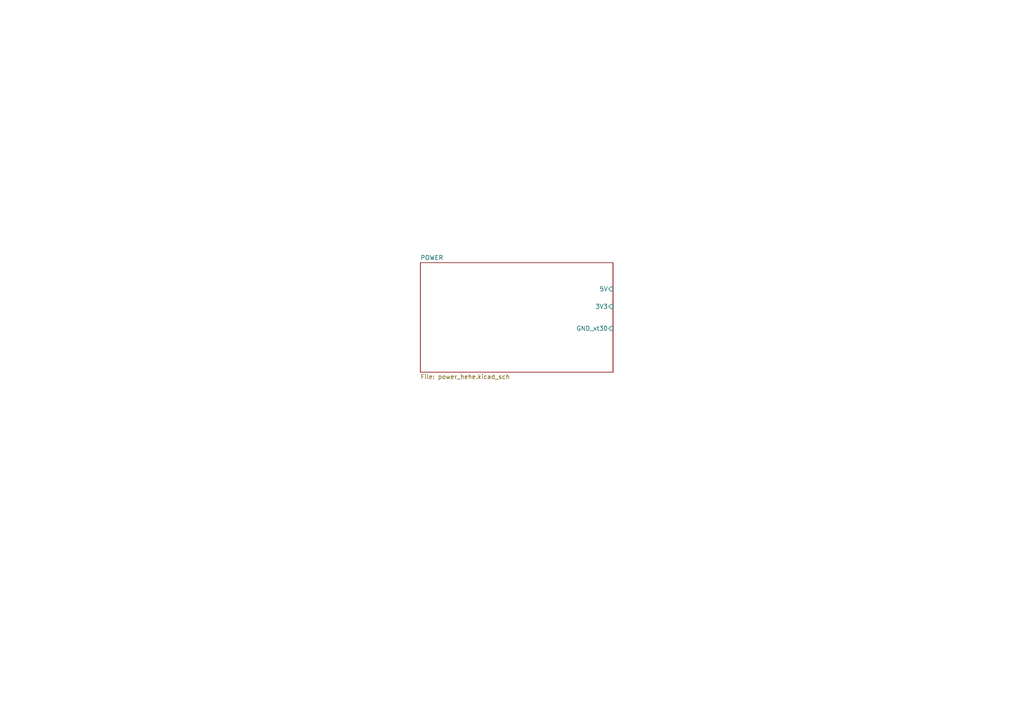
<source format=kicad_sch>
(kicad_sch (version 20230121) (generator eeschema)
  (paper "A4")
  (lib_symbols)
  (sheet (at 121.92 76.2) (size 55.88 31.75) (stroke (width 0.1524))
    (property "Sheetname" "POWER" (at 121.92 75.4884 0) (effects (justify left bottom)))
    (property "Sheetfile" "power_hehe.kicad_sch" (at 121.92 108.5346 0) (effects (justify left top)))
    (pin "GND_xt30" input (at 177.8 95.25 0))
    (pin "5V" input (at 177.8 83.82 0))
    (pin "3V3" input (at 177.8 88.9 0))
  )
)
</source>
